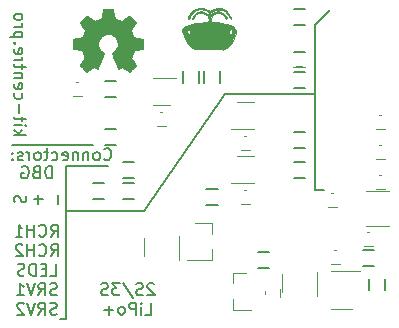
<source format=gbr>
G04 #@! TF.FileFunction,Legend,Bot*
%FSLAX46Y46*%
G04 Gerber Fmt 4.6, Leading zero omitted, Abs format (unit mm)*
G04 Created by KiCad (PCBNEW 4.0.5-e0-6337~49~ubuntu14.04.1) date Thu Mar  2 13:58:40 2017*
%MOMM*%
%LPD*%
G01*
G04 APERTURE LIST*
%ADD10C,0.100000*%
%ADD11C,0.200000*%
%ADD12C,0.150000*%
%ADD13C,0.120000*%
%ADD14C,0.010000*%
%ADD15R,1.400000X1.400000*%
%ADD16O,1.400000X1.400000*%
%ADD17R,1.150000X1.200000*%
%ADD18R,1.200000X1.150000*%
%ADD19R,1.460000X1.050000*%
%ADD20R,1.300000X1.200000*%
%ADD21R,0.900000X1.300000*%
%ADD22R,1.300000X0.900000*%
%ADD23R,1.050000X0.800000*%
%ADD24R,2.100000X2.100000*%
%ADD25O,2.100000X2.100000*%
%ADD26R,2.900000X1.400000*%
%ADD27R,1.400000X2.900000*%
G04 APERTURE END LIST*
D10*
D11*
X137795000Y-101143500D02*
X144653000Y-101143500D01*
X142367000Y-115875500D02*
X141859000Y-115875500D01*
X142367000Y-106731500D02*
X142367000Y-115875500D01*
X142367000Y-102921500D02*
X145923000Y-102921500D01*
X142367000Y-106731500D02*
X142367000Y-102921500D01*
X148971000Y-106731500D02*
X142367000Y-106731500D01*
X155829000Y-96825500D02*
X148971000Y-106731500D01*
X163449000Y-96825500D02*
X155829000Y-96825500D01*
X163449000Y-104953500D02*
X164211000Y-104953500D01*
X163449000Y-90983500D02*
X163449000Y-104953500D01*
X164719000Y-89713500D02*
X163449000Y-90983500D01*
D12*
X137977619Y-100269739D02*
X138977619Y-100269739D01*
X138358571Y-100174501D02*
X137977619Y-99888786D01*
X138644286Y-99888786D02*
X138263333Y-100269739D01*
X137977619Y-99460215D02*
X138644286Y-99460215D01*
X138977619Y-99460215D02*
X138930000Y-99507834D01*
X138882381Y-99460215D01*
X138930000Y-99412596D01*
X138977619Y-99460215D01*
X138882381Y-99460215D01*
X138644286Y-99126882D02*
X138644286Y-98745930D01*
X138977619Y-98984025D02*
X138120476Y-98984025D01*
X138025238Y-98936406D01*
X137977619Y-98841168D01*
X137977619Y-98745930D01*
X138358571Y-98412596D02*
X138358571Y-97650691D01*
X138025238Y-96745929D02*
X137977619Y-96841167D01*
X137977619Y-97031644D01*
X138025238Y-97126882D01*
X138072857Y-97174501D01*
X138168095Y-97222120D01*
X138453810Y-97222120D01*
X138549048Y-97174501D01*
X138596667Y-97126882D01*
X138644286Y-97031644D01*
X138644286Y-96841167D01*
X138596667Y-96745929D01*
X138025238Y-95936405D02*
X137977619Y-96031643D01*
X137977619Y-96222120D01*
X138025238Y-96317358D01*
X138120476Y-96364977D01*
X138501429Y-96364977D01*
X138596667Y-96317358D01*
X138644286Y-96222120D01*
X138644286Y-96031643D01*
X138596667Y-95936405D01*
X138501429Y-95888786D01*
X138406190Y-95888786D01*
X138310952Y-96364977D01*
X138644286Y-95460215D02*
X137977619Y-95460215D01*
X138549048Y-95460215D02*
X138596667Y-95412596D01*
X138644286Y-95317358D01*
X138644286Y-95174500D01*
X138596667Y-95079262D01*
X138501429Y-95031643D01*
X137977619Y-95031643D01*
X138644286Y-94698310D02*
X138644286Y-94317358D01*
X138977619Y-94555453D02*
X138120476Y-94555453D01*
X138025238Y-94507834D01*
X137977619Y-94412596D01*
X137977619Y-94317358D01*
X137977619Y-93984024D02*
X138644286Y-93984024D01*
X138453810Y-93984024D02*
X138549048Y-93936405D01*
X138596667Y-93888786D01*
X138644286Y-93793548D01*
X138644286Y-93698309D01*
X138025238Y-92984023D02*
X137977619Y-93079261D01*
X137977619Y-93269738D01*
X138025238Y-93364976D01*
X138120476Y-93412595D01*
X138501429Y-93412595D01*
X138596667Y-93364976D01*
X138644286Y-93269738D01*
X138644286Y-93079261D01*
X138596667Y-92984023D01*
X138501429Y-92936404D01*
X138406190Y-92936404D01*
X138310952Y-93412595D01*
X138072857Y-92507833D02*
X138025238Y-92460214D01*
X137977619Y-92507833D01*
X138025238Y-92555452D01*
X138072857Y-92507833D01*
X137977619Y-92507833D01*
X138644286Y-92031643D02*
X137644286Y-92031643D01*
X138596667Y-92031643D02*
X138644286Y-91936405D01*
X138644286Y-91745928D01*
X138596667Y-91650690D01*
X138549048Y-91603071D01*
X138453810Y-91555452D01*
X138168095Y-91555452D01*
X138072857Y-91603071D01*
X138025238Y-91650690D01*
X137977619Y-91745928D01*
X137977619Y-91936405D01*
X138025238Y-92031643D01*
X137977619Y-91126881D02*
X138644286Y-91126881D01*
X138453810Y-91126881D02*
X138549048Y-91079262D01*
X138596667Y-91031643D01*
X138644286Y-90936405D01*
X138644286Y-90841166D01*
X137977619Y-90364976D02*
X138025238Y-90460214D01*
X138072857Y-90507833D01*
X138168095Y-90555452D01*
X138453810Y-90555452D01*
X138549048Y-90507833D01*
X138596667Y-90460214D01*
X138644286Y-90364976D01*
X138644286Y-90222118D01*
X138596667Y-90126880D01*
X138549048Y-90079261D01*
X138453810Y-90031642D01*
X138168095Y-90031642D01*
X138072857Y-90079261D01*
X138025238Y-90126880D01*
X137977619Y-90222118D01*
X137977619Y-90364976D01*
X145581238Y-102326143D02*
X145628857Y-102373762D01*
X145771714Y-102421381D01*
X145866952Y-102421381D01*
X146009810Y-102373762D01*
X146105048Y-102278524D01*
X146152667Y-102183286D01*
X146200286Y-101992810D01*
X146200286Y-101849952D01*
X146152667Y-101659476D01*
X146105048Y-101564238D01*
X146009810Y-101469000D01*
X145866952Y-101421381D01*
X145771714Y-101421381D01*
X145628857Y-101469000D01*
X145581238Y-101516619D01*
X145009810Y-102421381D02*
X145105048Y-102373762D01*
X145152667Y-102326143D01*
X145200286Y-102230905D01*
X145200286Y-101945190D01*
X145152667Y-101849952D01*
X145105048Y-101802333D01*
X145009810Y-101754714D01*
X144866952Y-101754714D01*
X144771714Y-101802333D01*
X144724095Y-101849952D01*
X144676476Y-101945190D01*
X144676476Y-102230905D01*
X144724095Y-102326143D01*
X144771714Y-102373762D01*
X144866952Y-102421381D01*
X145009810Y-102421381D01*
X144247905Y-101754714D02*
X144247905Y-102421381D01*
X144247905Y-101849952D02*
X144200286Y-101802333D01*
X144105048Y-101754714D01*
X143962190Y-101754714D01*
X143866952Y-101802333D01*
X143819333Y-101897571D01*
X143819333Y-102421381D01*
X143343143Y-101754714D02*
X143343143Y-102421381D01*
X143343143Y-101849952D02*
X143295524Y-101802333D01*
X143200286Y-101754714D01*
X143057428Y-101754714D01*
X142962190Y-101802333D01*
X142914571Y-101897571D01*
X142914571Y-102421381D01*
X142057428Y-102373762D02*
X142152666Y-102421381D01*
X142343143Y-102421381D01*
X142438381Y-102373762D01*
X142486000Y-102278524D01*
X142486000Y-101897571D01*
X142438381Y-101802333D01*
X142343143Y-101754714D01*
X142152666Y-101754714D01*
X142057428Y-101802333D01*
X142009809Y-101897571D01*
X142009809Y-101992810D01*
X142486000Y-102088048D01*
X141152666Y-102373762D02*
X141247904Y-102421381D01*
X141438381Y-102421381D01*
X141533619Y-102373762D01*
X141581238Y-102326143D01*
X141628857Y-102230905D01*
X141628857Y-101945190D01*
X141581238Y-101849952D01*
X141533619Y-101802333D01*
X141438381Y-101754714D01*
X141247904Y-101754714D01*
X141152666Y-101802333D01*
X140866952Y-101754714D02*
X140486000Y-101754714D01*
X140724095Y-101421381D02*
X140724095Y-102278524D01*
X140676476Y-102373762D01*
X140581238Y-102421381D01*
X140486000Y-102421381D01*
X140009809Y-102421381D02*
X140105047Y-102373762D01*
X140152666Y-102326143D01*
X140200285Y-102230905D01*
X140200285Y-101945190D01*
X140152666Y-101849952D01*
X140105047Y-101802333D01*
X140009809Y-101754714D01*
X139866951Y-101754714D01*
X139771713Y-101802333D01*
X139724094Y-101849952D01*
X139676475Y-101945190D01*
X139676475Y-102230905D01*
X139724094Y-102326143D01*
X139771713Y-102373762D01*
X139866951Y-102421381D01*
X140009809Y-102421381D01*
X139247904Y-102421381D02*
X139247904Y-101754714D01*
X139247904Y-101945190D02*
X139200285Y-101849952D01*
X139152666Y-101802333D01*
X139057428Y-101754714D01*
X138962189Y-101754714D01*
X138676475Y-102373762D02*
X138581237Y-102421381D01*
X138390761Y-102421381D01*
X138295522Y-102373762D01*
X138247903Y-102278524D01*
X138247903Y-102230905D01*
X138295522Y-102135667D01*
X138390761Y-102088048D01*
X138533618Y-102088048D01*
X138628856Y-102040429D01*
X138676475Y-101945190D01*
X138676475Y-101897571D01*
X138628856Y-101802333D01*
X138533618Y-101754714D01*
X138390761Y-101754714D01*
X138295522Y-101802333D01*
X137819332Y-102326143D02*
X137771713Y-102373762D01*
X137819332Y-102421381D01*
X137866951Y-102373762D01*
X137819332Y-102326143D01*
X137819332Y-102421381D01*
X137819332Y-101802333D02*
X137771713Y-101849952D01*
X137819332Y-101897571D01*
X137866951Y-101849952D01*
X137819332Y-101802333D01*
X137819332Y-101897571D01*
X141659571Y-106096452D02*
X141659571Y-105334547D01*
X140009571Y-106096452D02*
X140009571Y-105334547D01*
X139628619Y-105715499D02*
X140390524Y-105715499D01*
X138026238Y-106001214D02*
X137978619Y-105858357D01*
X137978619Y-105620261D01*
X138026238Y-105525023D01*
X138073857Y-105477404D01*
X138169095Y-105429785D01*
X138264333Y-105429785D01*
X138359571Y-105477404D01*
X138407190Y-105525023D01*
X138454810Y-105620261D01*
X138502429Y-105810738D01*
X138550048Y-105905976D01*
X138597667Y-105953595D01*
X138692905Y-106001214D01*
X138788143Y-106001214D01*
X138883381Y-105953595D01*
X138931000Y-105905976D01*
X138978619Y-105810738D01*
X138978619Y-105572642D01*
X138931000Y-105429785D01*
X141152405Y-103948881D02*
X141152405Y-102948881D01*
X140914310Y-102948881D01*
X140771452Y-102996500D01*
X140676214Y-103091738D01*
X140628595Y-103186976D01*
X140580976Y-103377452D01*
X140580976Y-103520310D01*
X140628595Y-103710786D01*
X140676214Y-103806024D01*
X140771452Y-103901262D01*
X140914310Y-103948881D01*
X141152405Y-103948881D01*
X139819071Y-103425071D02*
X139676214Y-103472690D01*
X139628595Y-103520310D01*
X139580976Y-103615548D01*
X139580976Y-103758405D01*
X139628595Y-103853643D01*
X139676214Y-103901262D01*
X139771452Y-103948881D01*
X140152405Y-103948881D01*
X140152405Y-102948881D01*
X139819071Y-102948881D01*
X139723833Y-102996500D01*
X139676214Y-103044119D01*
X139628595Y-103139357D01*
X139628595Y-103234595D01*
X139676214Y-103329833D01*
X139723833Y-103377452D01*
X139819071Y-103425071D01*
X140152405Y-103425071D01*
X138628595Y-102996500D02*
X138723833Y-102948881D01*
X138866690Y-102948881D01*
X139009548Y-102996500D01*
X139104786Y-103091738D01*
X139152405Y-103186976D01*
X139200024Y-103377452D01*
X139200024Y-103520310D01*
X139152405Y-103710786D01*
X139104786Y-103806024D01*
X139009548Y-103901262D01*
X138866690Y-103948881D01*
X138771452Y-103948881D01*
X138628595Y-103901262D01*
X138580976Y-103853643D01*
X138580976Y-103520310D01*
X138771452Y-103520310D01*
X141080976Y-108898881D02*
X141414310Y-108422690D01*
X141652405Y-108898881D02*
X141652405Y-107898881D01*
X141271452Y-107898881D01*
X141176214Y-107946500D01*
X141128595Y-107994119D01*
X141080976Y-108089357D01*
X141080976Y-108232214D01*
X141128595Y-108327452D01*
X141176214Y-108375071D01*
X141271452Y-108422690D01*
X141652405Y-108422690D01*
X140080976Y-108803643D02*
X140128595Y-108851262D01*
X140271452Y-108898881D01*
X140366690Y-108898881D01*
X140509548Y-108851262D01*
X140604786Y-108756024D01*
X140652405Y-108660786D01*
X140700024Y-108470310D01*
X140700024Y-108327452D01*
X140652405Y-108136976D01*
X140604786Y-108041738D01*
X140509548Y-107946500D01*
X140366690Y-107898881D01*
X140271452Y-107898881D01*
X140128595Y-107946500D01*
X140080976Y-107994119D01*
X139652405Y-108898881D02*
X139652405Y-107898881D01*
X139652405Y-108375071D02*
X139080976Y-108375071D01*
X139080976Y-108898881D02*
X139080976Y-107898881D01*
X138080976Y-108898881D02*
X138652405Y-108898881D01*
X138366691Y-108898881D02*
X138366691Y-107898881D01*
X138461929Y-108041738D01*
X138557167Y-108136976D01*
X138652405Y-108184595D01*
X141080976Y-110548881D02*
X141414310Y-110072690D01*
X141652405Y-110548881D02*
X141652405Y-109548881D01*
X141271452Y-109548881D01*
X141176214Y-109596500D01*
X141128595Y-109644119D01*
X141080976Y-109739357D01*
X141080976Y-109882214D01*
X141128595Y-109977452D01*
X141176214Y-110025071D01*
X141271452Y-110072690D01*
X141652405Y-110072690D01*
X140080976Y-110453643D02*
X140128595Y-110501262D01*
X140271452Y-110548881D01*
X140366690Y-110548881D01*
X140509548Y-110501262D01*
X140604786Y-110406024D01*
X140652405Y-110310786D01*
X140700024Y-110120310D01*
X140700024Y-109977452D01*
X140652405Y-109786976D01*
X140604786Y-109691738D01*
X140509548Y-109596500D01*
X140366690Y-109548881D01*
X140271452Y-109548881D01*
X140128595Y-109596500D01*
X140080976Y-109644119D01*
X139652405Y-110548881D02*
X139652405Y-109548881D01*
X139652405Y-110025071D02*
X139080976Y-110025071D01*
X139080976Y-110548881D02*
X139080976Y-109548881D01*
X138652405Y-109644119D02*
X138604786Y-109596500D01*
X138509548Y-109548881D01*
X138271452Y-109548881D01*
X138176214Y-109596500D01*
X138128595Y-109644119D01*
X138080976Y-109739357D01*
X138080976Y-109834595D01*
X138128595Y-109977452D01*
X138700024Y-110548881D01*
X138080976Y-110548881D01*
X141009547Y-112198881D02*
X141485738Y-112198881D01*
X141485738Y-111198881D01*
X140676214Y-111675071D02*
X140342880Y-111675071D01*
X140200023Y-112198881D02*
X140676214Y-112198881D01*
X140676214Y-111198881D01*
X140200023Y-111198881D01*
X139771452Y-112198881D02*
X139771452Y-111198881D01*
X139533357Y-111198881D01*
X139390499Y-111246500D01*
X139295261Y-111341738D01*
X139247642Y-111436976D01*
X139200023Y-111627452D01*
X139200023Y-111770310D01*
X139247642Y-111960786D01*
X139295261Y-112056024D01*
X139390499Y-112151262D01*
X139533357Y-112198881D01*
X139771452Y-112198881D01*
X138819071Y-112151262D02*
X138676214Y-112198881D01*
X138438118Y-112198881D01*
X138342880Y-112151262D01*
X138295261Y-112103643D01*
X138247642Y-112008405D01*
X138247642Y-111913167D01*
X138295261Y-111817929D01*
X138342880Y-111770310D01*
X138438118Y-111722690D01*
X138628595Y-111675071D01*
X138723833Y-111627452D01*
X138771452Y-111579833D01*
X138819071Y-111484595D01*
X138819071Y-111389357D01*
X138771452Y-111294119D01*
X138723833Y-111246500D01*
X138628595Y-111198881D01*
X138390499Y-111198881D01*
X138247642Y-111246500D01*
X141580976Y-113801262D02*
X141438119Y-113848881D01*
X141200023Y-113848881D01*
X141104785Y-113801262D01*
X141057166Y-113753643D01*
X141009547Y-113658405D01*
X141009547Y-113563167D01*
X141057166Y-113467929D01*
X141104785Y-113420310D01*
X141200023Y-113372690D01*
X141390500Y-113325071D01*
X141485738Y-113277452D01*
X141533357Y-113229833D01*
X141580976Y-113134595D01*
X141580976Y-113039357D01*
X141533357Y-112944119D01*
X141485738Y-112896500D01*
X141390500Y-112848881D01*
X141152404Y-112848881D01*
X141009547Y-112896500D01*
X140009547Y-113848881D02*
X140342881Y-113372690D01*
X140580976Y-113848881D02*
X140580976Y-112848881D01*
X140200023Y-112848881D01*
X140104785Y-112896500D01*
X140057166Y-112944119D01*
X140009547Y-113039357D01*
X140009547Y-113182214D01*
X140057166Y-113277452D01*
X140104785Y-113325071D01*
X140200023Y-113372690D01*
X140580976Y-113372690D01*
X139723833Y-112848881D02*
X139390500Y-113848881D01*
X139057166Y-112848881D01*
X138200023Y-113848881D02*
X138771452Y-113848881D01*
X138485738Y-113848881D02*
X138485738Y-112848881D01*
X138580976Y-112991738D01*
X138676214Y-113086976D01*
X138771452Y-113134595D01*
X141580976Y-115451262D02*
X141438119Y-115498881D01*
X141200023Y-115498881D01*
X141104785Y-115451262D01*
X141057166Y-115403643D01*
X141009547Y-115308405D01*
X141009547Y-115213167D01*
X141057166Y-115117929D01*
X141104785Y-115070310D01*
X141200023Y-115022690D01*
X141390500Y-114975071D01*
X141485738Y-114927452D01*
X141533357Y-114879833D01*
X141580976Y-114784595D01*
X141580976Y-114689357D01*
X141533357Y-114594119D01*
X141485738Y-114546500D01*
X141390500Y-114498881D01*
X141152404Y-114498881D01*
X141009547Y-114546500D01*
X140009547Y-115498881D02*
X140342881Y-115022690D01*
X140580976Y-115498881D02*
X140580976Y-114498881D01*
X140200023Y-114498881D01*
X140104785Y-114546500D01*
X140057166Y-114594119D01*
X140009547Y-114689357D01*
X140009547Y-114832214D01*
X140057166Y-114927452D01*
X140104785Y-114975071D01*
X140200023Y-115022690D01*
X140580976Y-115022690D01*
X139723833Y-114498881D02*
X139390500Y-115498881D01*
X139057166Y-114498881D01*
X138771452Y-114594119D02*
X138723833Y-114546500D01*
X138628595Y-114498881D01*
X138390499Y-114498881D01*
X138295261Y-114546500D01*
X138247642Y-114594119D01*
X138200023Y-114689357D01*
X138200023Y-114784595D01*
X138247642Y-114927452D01*
X138819071Y-115498881D01*
X138200023Y-115498881D01*
X149812095Y-112947119D02*
X149764476Y-112899500D01*
X149669238Y-112851881D01*
X149431142Y-112851881D01*
X149335904Y-112899500D01*
X149288285Y-112947119D01*
X149240666Y-113042357D01*
X149240666Y-113137595D01*
X149288285Y-113280452D01*
X149859714Y-113851881D01*
X149240666Y-113851881D01*
X148859714Y-113804262D02*
X148716857Y-113851881D01*
X148478761Y-113851881D01*
X148383523Y-113804262D01*
X148335904Y-113756643D01*
X148288285Y-113661405D01*
X148288285Y-113566167D01*
X148335904Y-113470929D01*
X148383523Y-113423310D01*
X148478761Y-113375690D01*
X148669238Y-113328071D01*
X148764476Y-113280452D01*
X148812095Y-113232833D01*
X148859714Y-113137595D01*
X148859714Y-113042357D01*
X148812095Y-112947119D01*
X148764476Y-112899500D01*
X148669238Y-112851881D01*
X148431142Y-112851881D01*
X148288285Y-112899500D01*
X147145428Y-112804262D02*
X148002571Y-114089976D01*
X146907333Y-112851881D02*
X146288285Y-112851881D01*
X146621619Y-113232833D01*
X146478761Y-113232833D01*
X146383523Y-113280452D01*
X146335904Y-113328071D01*
X146288285Y-113423310D01*
X146288285Y-113661405D01*
X146335904Y-113756643D01*
X146383523Y-113804262D01*
X146478761Y-113851881D01*
X146764476Y-113851881D01*
X146859714Y-113804262D01*
X146907333Y-113756643D01*
X145907333Y-113804262D02*
X145764476Y-113851881D01*
X145526380Y-113851881D01*
X145431142Y-113804262D01*
X145383523Y-113756643D01*
X145335904Y-113661405D01*
X145335904Y-113566167D01*
X145383523Y-113470929D01*
X145431142Y-113423310D01*
X145526380Y-113375690D01*
X145716857Y-113328071D01*
X145812095Y-113280452D01*
X145859714Y-113232833D01*
X145907333Y-113137595D01*
X145907333Y-113042357D01*
X145859714Y-112947119D01*
X145812095Y-112899500D01*
X145716857Y-112851881D01*
X145478761Y-112851881D01*
X145335904Y-112899500D01*
X149073999Y-115501881D02*
X149550190Y-115501881D01*
X149550190Y-114501881D01*
X148740666Y-115501881D02*
X148740666Y-114835214D01*
X148740666Y-114501881D02*
X148788285Y-114549500D01*
X148740666Y-114597119D01*
X148693047Y-114549500D01*
X148740666Y-114501881D01*
X148740666Y-114597119D01*
X148264476Y-115501881D02*
X148264476Y-114501881D01*
X147883523Y-114501881D01*
X147788285Y-114549500D01*
X147740666Y-114597119D01*
X147693047Y-114692357D01*
X147693047Y-114835214D01*
X147740666Y-114930452D01*
X147788285Y-114978071D01*
X147883523Y-115025690D01*
X148264476Y-115025690D01*
X147121619Y-115501881D02*
X147216857Y-115454262D01*
X147264476Y-115406643D01*
X147312095Y-115311405D01*
X147312095Y-115025690D01*
X147264476Y-114930452D01*
X147216857Y-114882833D01*
X147121619Y-114835214D01*
X146978761Y-114835214D01*
X146883523Y-114882833D01*
X146835904Y-114930452D01*
X146788285Y-115025690D01*
X146788285Y-115311405D01*
X146835904Y-115406643D01*
X146883523Y-115454262D01*
X146978761Y-115501881D01*
X147121619Y-115501881D01*
X146359714Y-115120929D02*
X145597809Y-115120929D01*
X145978761Y-115501881D02*
X145978761Y-114739976D01*
D13*
X159229500Y-113303000D02*
X159229500Y-114003000D01*
X160429500Y-114003000D02*
X160429500Y-113303000D01*
X157193500Y-106125000D02*
X157893500Y-106125000D01*
X157893500Y-104925000D02*
X157193500Y-104925000D01*
X164813500Y-111205000D02*
X165513500Y-111205000D01*
X165513500Y-110005000D02*
X164813500Y-110005000D01*
X150781500Y-98321000D02*
X150081500Y-98321000D01*
X150081500Y-99521000D02*
X150781500Y-99521000D01*
X169323500Y-101115000D02*
X168623500Y-101115000D01*
X168623500Y-102315000D02*
X169323500Y-102315000D01*
X169323500Y-103655000D02*
X168623500Y-103655000D01*
X168623500Y-104855000D02*
X169323500Y-104855000D01*
X169323500Y-98575000D02*
X168623500Y-98575000D01*
X168623500Y-99775000D02*
X169323500Y-99775000D01*
X167607500Y-109681000D02*
X168307500Y-109681000D01*
X168307500Y-108481000D02*
X167607500Y-108481000D01*
X165259500Y-105179000D02*
X164559500Y-105179000D01*
X164559500Y-106379000D02*
X165259500Y-106379000D01*
X142969500Y-96981000D02*
X143669500Y-96981000D01*
X143669500Y-95781000D02*
X142969500Y-95781000D01*
X166571500Y-115009000D02*
X164771500Y-115009000D01*
X164771500Y-111789000D02*
X167221500Y-111789000D01*
X156529500Y-115106000D02*
X156529500Y-114176000D01*
X156529500Y-111946000D02*
X156529500Y-112876000D01*
X156529500Y-111946000D02*
X158689500Y-111946000D01*
X156529500Y-115106000D02*
X157989500Y-115106000D01*
D12*
X162615500Y-89610000D02*
X161615500Y-89610000D01*
X161615500Y-90960000D02*
X162615500Y-90960000D01*
X161615500Y-94579500D02*
X162615500Y-94579500D01*
X162615500Y-93229500D02*
X161615500Y-93229500D01*
X153646500Y-95865000D02*
X153646500Y-94865000D01*
X152296500Y-94865000D02*
X152296500Y-95865000D01*
X161615500Y-96294000D02*
X162615500Y-96294000D01*
X162615500Y-94944000D02*
X161615500Y-94944000D01*
X155424500Y-95865000D02*
X155424500Y-94865000D01*
X154074500Y-94865000D02*
X154074500Y-95865000D01*
X159567500Y-110184000D02*
X158567500Y-110184000D01*
X158567500Y-111534000D02*
X159567500Y-111534000D01*
X162615500Y-100024000D02*
X161615500Y-100024000D01*
X161615500Y-101374000D02*
X162615500Y-101374000D01*
X162615500Y-102564000D02*
X161615500Y-102564000D01*
X161615500Y-103914000D02*
X162615500Y-103914000D01*
X167457500Y-111407000D02*
X168457500Y-111407000D01*
X168457500Y-110057000D02*
X167457500Y-110057000D01*
X168044500Y-112454500D02*
X168044500Y-113454500D01*
X169394500Y-113454500D02*
X169394500Y-112454500D01*
X145613500Y-101120000D02*
X146613500Y-101120000D01*
X146613500Y-99770000D02*
X145613500Y-99770000D01*
X144597500Y-105692000D02*
X145597500Y-105692000D01*
X145597500Y-104342000D02*
X144597500Y-104342000D01*
X147137500Y-103914000D02*
X148137500Y-103914000D01*
X148137500Y-102564000D02*
X147137500Y-102564000D01*
X155186000Y-104850000D02*
X154186000Y-104850000D01*
X154186000Y-106200000D02*
X155186000Y-106200000D01*
X147137500Y-105692000D02*
X148137500Y-105692000D01*
X148137500Y-104342000D02*
X147137500Y-104342000D01*
X145613500Y-97056000D02*
X146613500Y-97056000D01*
X146613500Y-95706000D02*
X145613500Y-95706000D01*
D13*
X149731500Y-95475000D02*
X151631500Y-95475000D01*
X151131500Y-97795000D02*
X149731500Y-97795000D01*
X158243500Y-104399000D02*
X156343500Y-104399000D01*
X156843500Y-102079000D02*
X158243500Y-102079000D01*
X154747500Y-107755000D02*
X154747500Y-108685000D01*
X154747500Y-110915000D02*
X154747500Y-109985000D01*
X154747500Y-110915000D02*
X152587500Y-110915000D01*
X154747500Y-107755000D02*
X153287500Y-107755000D01*
D14*
G36*
X154846723Y-89596103D02*
X154688119Y-89672853D01*
X154531221Y-89760676D01*
X154400553Y-89740781D01*
X154291068Y-89675419D01*
X154000402Y-89568327D01*
X153649108Y-89551971D01*
X153319051Y-89625600D01*
X153203051Y-89685388D01*
X153036039Y-89833440D01*
X152860738Y-90044160D01*
X152719565Y-90259746D01*
X152654936Y-90422396D01*
X152654317Y-90433167D01*
X152685925Y-90507110D01*
X152762108Y-90456470D01*
X152852734Y-90308625D01*
X152889566Y-90219430D01*
X153077743Y-89927388D01*
X153370699Y-89734030D01*
X153725954Y-89654440D01*
X154101028Y-89703705D01*
X154216350Y-89748257D01*
X154374365Y-89856687D01*
X154432000Y-89959923D01*
X154411667Y-90055040D01*
X154327971Y-90051228D01*
X154146867Y-89945858D01*
X154133062Y-89936840D01*
X153841854Y-89836970D01*
X153535686Y-89875984D01*
X153262629Y-90035601D01*
X153070755Y-90297542D01*
X153050527Y-90348500D01*
X153030891Y-90475749D01*
X153082490Y-90482881D01*
X153168246Y-90379941D01*
X153205423Y-90306542D01*
X153380966Y-90080739D01*
X153626036Y-89971703D01*
X153897083Y-89970314D01*
X154150553Y-90067456D01*
X154342896Y-90254009D01*
X154430559Y-90520855D01*
X154432000Y-90563343D01*
X154410493Y-90650096D01*
X154322914Y-90706836D01*
X154134680Y-90745663D01*
X153818167Y-90778085D01*
X153300254Y-90847999D01*
X152846188Y-90958821D01*
X152491759Y-91099573D01*
X152281231Y-91249572D01*
X152210210Y-91347439D01*
X152191874Y-91460616D01*
X152228206Y-91639034D01*
X152306597Y-91888515D01*
X152488166Y-92297636D01*
X152730097Y-92644459D01*
X153003735Y-92897981D01*
X153280423Y-93027201D01*
X153368412Y-93037293D01*
X153723274Y-93040682D01*
X154129284Y-93043130D01*
X154432000Y-93043924D01*
X154897667Y-93043924D01*
X155144623Y-93039469D01*
X155336059Y-93028686D01*
X155342167Y-93028056D01*
X155546617Y-93045032D01*
X155617839Y-93067891D01*
X155768805Y-93050542D01*
X155989896Y-92919540D01*
X156054736Y-92868565D01*
X156363774Y-92527619D01*
X156601096Y-92100365D01*
X156727482Y-91659634D01*
X156733428Y-91608274D01*
X156725964Y-91478878D01*
X156436661Y-91478878D01*
X156423618Y-91619013D01*
X156320079Y-91717629D01*
X156192876Y-91713750D01*
X156136361Y-91604199D01*
X156129554Y-91544613D01*
X152888292Y-91544613D01*
X152851081Y-91693013D01*
X152745270Y-91766469D01*
X152738667Y-91766667D01*
X152634121Y-91698713D01*
X152597767Y-91633975D01*
X152594193Y-91477469D01*
X152678395Y-91375943D01*
X152799711Y-91378302D01*
X152834576Y-91405375D01*
X152888292Y-91544613D01*
X156129554Y-91544613D01*
X156125333Y-91507670D01*
X156181539Y-91375625D01*
X156302764Y-91350898D01*
X156417923Y-91440062D01*
X156436661Y-91478878D01*
X156725964Y-91478878D01*
X156719836Y-91372673D01*
X156597697Y-91203268D01*
X156538034Y-91155107D01*
X156285465Y-91022054D01*
X155922675Y-90901288D01*
X155508756Y-90807916D01*
X155102796Y-90757043D01*
X154961167Y-90751989D01*
X154735135Y-90742140D01*
X154631234Y-90693700D01*
X154602400Y-90574993D01*
X154601333Y-90509789D01*
X154680199Y-90237774D01*
X154899615Y-90029441D01*
X155043448Y-89962775D01*
X155282128Y-89955185D01*
X155546754Y-90054016D01*
X155765884Y-90227166D01*
X155827611Y-90315147D01*
X155915460Y-90445640D01*
X155951531Y-90416859D01*
X155952610Y-90398359D01*
X155885134Y-90234621D01*
X155711700Y-90056504D01*
X155486109Y-89905756D01*
X155262166Y-89824121D01*
X155206343Y-89819333D01*
X154958606Y-89869106D01*
X154784030Y-89954969D01*
X154613740Y-90039219D01*
X154529618Y-90019867D01*
X154561803Y-89916018D01*
X154618814Y-89850234D01*
X154782792Y-89758762D01*
X155035686Y-89688113D01*
X155141282Y-89672092D01*
X155520571Y-89682827D01*
X155815777Y-89823547D01*
X156056979Y-90111167D01*
X156120053Y-90222444D01*
X156220700Y-90389693D01*
X156282324Y-90447286D01*
X156290925Y-90428962D01*
X156235256Y-90208342D01*
X156084540Y-89956563D01*
X155881859Y-89740414D01*
X155814770Y-89690795D01*
X155521317Y-89574705D01*
X155173243Y-89542736D01*
X154846723Y-89596103D01*
X154846723Y-89596103D01*
G37*
X154846723Y-89596103D02*
X154688119Y-89672853D01*
X154531221Y-89760676D01*
X154400553Y-89740781D01*
X154291068Y-89675419D01*
X154000402Y-89568327D01*
X153649108Y-89551971D01*
X153319051Y-89625600D01*
X153203051Y-89685388D01*
X153036039Y-89833440D01*
X152860738Y-90044160D01*
X152719565Y-90259746D01*
X152654936Y-90422396D01*
X152654317Y-90433167D01*
X152685925Y-90507110D01*
X152762108Y-90456470D01*
X152852734Y-90308625D01*
X152889566Y-90219430D01*
X153077743Y-89927388D01*
X153370699Y-89734030D01*
X153725954Y-89654440D01*
X154101028Y-89703705D01*
X154216350Y-89748257D01*
X154374365Y-89856687D01*
X154432000Y-89959923D01*
X154411667Y-90055040D01*
X154327971Y-90051228D01*
X154146867Y-89945858D01*
X154133062Y-89936840D01*
X153841854Y-89836970D01*
X153535686Y-89875984D01*
X153262629Y-90035601D01*
X153070755Y-90297542D01*
X153050527Y-90348500D01*
X153030891Y-90475749D01*
X153082490Y-90482881D01*
X153168246Y-90379941D01*
X153205423Y-90306542D01*
X153380966Y-90080739D01*
X153626036Y-89971703D01*
X153897083Y-89970314D01*
X154150553Y-90067456D01*
X154342896Y-90254009D01*
X154430559Y-90520855D01*
X154432000Y-90563343D01*
X154410493Y-90650096D01*
X154322914Y-90706836D01*
X154134680Y-90745663D01*
X153818167Y-90778085D01*
X153300254Y-90847999D01*
X152846188Y-90958821D01*
X152491759Y-91099573D01*
X152281231Y-91249572D01*
X152210210Y-91347439D01*
X152191874Y-91460616D01*
X152228206Y-91639034D01*
X152306597Y-91888515D01*
X152488166Y-92297636D01*
X152730097Y-92644459D01*
X153003735Y-92897981D01*
X153280423Y-93027201D01*
X153368412Y-93037293D01*
X153723274Y-93040682D01*
X154129284Y-93043130D01*
X154432000Y-93043924D01*
X154897667Y-93043924D01*
X155144623Y-93039469D01*
X155336059Y-93028686D01*
X155342167Y-93028056D01*
X155546617Y-93045032D01*
X155617839Y-93067891D01*
X155768805Y-93050542D01*
X155989896Y-92919540D01*
X156054736Y-92868565D01*
X156363774Y-92527619D01*
X156601096Y-92100365D01*
X156727482Y-91659634D01*
X156733428Y-91608274D01*
X156725964Y-91478878D01*
X156436661Y-91478878D01*
X156423618Y-91619013D01*
X156320079Y-91717629D01*
X156192876Y-91713750D01*
X156136361Y-91604199D01*
X156129554Y-91544613D01*
X152888292Y-91544613D01*
X152851081Y-91693013D01*
X152745270Y-91766469D01*
X152738667Y-91766667D01*
X152634121Y-91698713D01*
X152597767Y-91633975D01*
X152594193Y-91477469D01*
X152678395Y-91375943D01*
X152799711Y-91378302D01*
X152834576Y-91405375D01*
X152888292Y-91544613D01*
X156129554Y-91544613D01*
X156125333Y-91507670D01*
X156181539Y-91375625D01*
X156302764Y-91350898D01*
X156417923Y-91440062D01*
X156436661Y-91478878D01*
X156725964Y-91478878D01*
X156719836Y-91372673D01*
X156597697Y-91203268D01*
X156538034Y-91155107D01*
X156285465Y-91022054D01*
X155922675Y-90901288D01*
X155508756Y-90807916D01*
X155102796Y-90757043D01*
X154961167Y-90751989D01*
X154735135Y-90742140D01*
X154631234Y-90693700D01*
X154602400Y-90574993D01*
X154601333Y-90509789D01*
X154680199Y-90237774D01*
X154899615Y-90029441D01*
X155043448Y-89962775D01*
X155282128Y-89955185D01*
X155546754Y-90054016D01*
X155765884Y-90227166D01*
X155827611Y-90315147D01*
X155915460Y-90445640D01*
X155951531Y-90416859D01*
X155952610Y-90398359D01*
X155885134Y-90234621D01*
X155711700Y-90056504D01*
X155486109Y-89905756D01*
X155262166Y-89824121D01*
X155206343Y-89819333D01*
X154958606Y-89869106D01*
X154784030Y-89954969D01*
X154613740Y-90039219D01*
X154529618Y-90019867D01*
X154561803Y-89916018D01*
X154618814Y-89850234D01*
X154782792Y-89758762D01*
X155035686Y-89688113D01*
X155141282Y-89672092D01*
X155520571Y-89682827D01*
X155815777Y-89823547D01*
X156056979Y-90111167D01*
X156120053Y-90222444D01*
X156220700Y-90389693D01*
X156282324Y-90447286D01*
X156290925Y-90428962D01*
X156235256Y-90208342D01*
X156084540Y-89956563D01*
X155881859Y-89740414D01*
X155814770Y-89690795D01*
X155521317Y-89574705D01*
X155173243Y-89542736D01*
X154846723Y-89596103D01*
G36*
X145783708Y-89586556D02*
X145689509Y-89586946D01*
X145619444Y-89588000D01*
X145569703Y-89590048D01*
X145536478Y-89593422D01*
X145515962Y-89598453D01*
X145504345Y-89605470D01*
X145497819Y-89614805D01*
X145494526Y-89622218D01*
X145487404Y-89647760D01*
X145475766Y-89699579D01*
X145460629Y-89772689D01*
X145443012Y-89862102D01*
X145423934Y-89962832D01*
X145414421Y-90014477D01*
X145395172Y-90117961D01*
X145377046Y-90211668D01*
X145361022Y-90290835D01*
X145348078Y-90350695D01*
X145339192Y-90386483D01*
X145336540Y-90393926D01*
X145319128Y-90405762D01*
X145277883Y-90426802D01*
X145218514Y-90454608D01*
X145146728Y-90486745D01*
X145068233Y-90520777D01*
X144988736Y-90554266D01*
X144913945Y-90584777D01*
X144849568Y-90609874D01*
X144801312Y-90627120D01*
X144774885Y-90634079D01*
X144773831Y-90634118D01*
X144756356Y-90625442D01*
X144716552Y-90601121D01*
X144658181Y-90563600D01*
X144585005Y-90515324D01*
X144500786Y-90458741D01*
X144431975Y-90411868D01*
X144341923Y-90350633D01*
X144260088Y-90295862D01*
X144190229Y-90249998D01*
X144136101Y-90215484D01*
X144101462Y-90194766D01*
X144090493Y-90189750D01*
X144073495Y-90200696D01*
X144038530Y-90231000D01*
X143989349Y-90276861D01*
X143929704Y-90334478D01*
X143863347Y-90400049D01*
X143794029Y-90469774D01*
X143725501Y-90539851D01*
X143661517Y-90606479D01*
X143605826Y-90665856D01*
X143562182Y-90714183D01*
X143534334Y-90747657D01*
X143525875Y-90761822D01*
X143533157Y-90781982D01*
X143555466Y-90821910D01*
X143593499Y-90882679D01*
X143647952Y-90965356D01*
X143719523Y-91071013D01*
X143808908Y-91200717D01*
X143853005Y-91264168D01*
X143893931Y-91324939D01*
X143926960Y-91377804D01*
X143948324Y-91416482D01*
X143954500Y-91433406D01*
X143948496Y-91453613D01*
X143932079Y-91497202D01*
X143907642Y-91558503D01*
X143877580Y-91631846D01*
X143844285Y-91711561D01*
X143810151Y-91791977D01*
X143777573Y-91867423D01*
X143748943Y-91932230D01*
X143726655Y-91980728D01*
X143713103Y-92007245D01*
X143711058Y-92010109D01*
X143693762Y-92015237D01*
X143649673Y-92025175D01*
X143583225Y-92039013D01*
X143498857Y-92055843D01*
X143401004Y-92074753D01*
X143334867Y-92087244D01*
X143229852Y-92107083D01*
X143134621Y-92125412D01*
X143053832Y-92141309D01*
X142992144Y-92153848D01*
X142954213Y-92162105D01*
X142944776Y-92164628D01*
X142937804Y-92172369D01*
X142932401Y-92191832D01*
X142928387Y-92226372D01*
X142925583Y-92279349D01*
X142923808Y-92354119D01*
X142922883Y-92454040D01*
X142922626Y-92577369D01*
X142922773Y-92701546D01*
X142923381Y-92797641D01*
X142924696Y-92869323D01*
X142926966Y-92920259D01*
X142930437Y-92954119D01*
X142935356Y-92974569D01*
X142941970Y-92985278D01*
X142950407Y-92989878D01*
X142977921Y-92996267D01*
X143027875Y-93006321D01*
X143091427Y-93018292D01*
X143121063Y-93023652D01*
X143275748Y-93051601D01*
X143401658Y-93075163D01*
X143501377Y-93094919D01*
X143577488Y-93111446D01*
X143632576Y-93125326D01*
X143669225Y-93137138D01*
X143690018Y-93147461D01*
X143695489Y-93152521D01*
X143706377Y-93173541D01*
X143726297Y-93217977D01*
X143752973Y-93280236D01*
X143784128Y-93354722D01*
X143817486Y-93435843D01*
X143850772Y-93518003D01*
X143881708Y-93595608D01*
X143908018Y-93663066D01*
X143927427Y-93714781D01*
X143937657Y-93745159D01*
X143938670Y-93750157D01*
X143930030Y-93766231D01*
X143905827Y-93804547D01*
X143868600Y-93861265D01*
X143820887Y-93932541D01*
X143765226Y-94014533D01*
X143732250Y-94062650D01*
X143673069Y-94149963D01*
X143620515Y-94229872D01*
X143577159Y-94298273D01*
X143545572Y-94351061D01*
X143528324Y-94384131D01*
X143525875Y-94392211D01*
X143536917Y-94411920D01*
X143568288Y-94450660D01*
X143617356Y-94505535D01*
X143681488Y-94573649D01*
X143758053Y-94652104D01*
X143802142Y-94696260D01*
X143888387Y-94781747D01*
X143955231Y-94847101D01*
X144005625Y-94894740D01*
X144042520Y-94927080D01*
X144068868Y-94946536D01*
X144087621Y-94955526D01*
X144101729Y-94956466D01*
X144114145Y-94951771D01*
X144114203Y-94951740D01*
X144137758Y-94937185D01*
X144182915Y-94907578D01*
X144245170Y-94865936D01*
X144320017Y-94815278D01*
X144402952Y-94758622D01*
X144424271Y-94743979D01*
X144507133Y-94687630D01*
X144581877Y-94637997D01*
X144644329Y-94597754D01*
X144690317Y-94569575D01*
X144715669Y-94556134D01*
X144718572Y-94555375D01*
X144740498Y-94562311D01*
X144783369Y-94580989D01*
X144840113Y-94608209D01*
X144879963Y-94628386D01*
X144943670Y-94659292D01*
X144994701Y-94680181D01*
X145027235Y-94688838D01*
X145035235Y-94687490D01*
X145044591Y-94669817D01*
X145064376Y-94626492D01*
X145092981Y-94561243D01*
X145128796Y-94477799D01*
X145170214Y-94379887D01*
X145215624Y-94271234D01*
X145232928Y-94229509D01*
X145283728Y-94106837D01*
X145334832Y-93983573D01*
X145383793Y-93865602D01*
X145428167Y-93758812D01*
X145465510Y-93669090D01*
X145493377Y-93602322D01*
X145495231Y-93597892D01*
X145524942Y-93525325D01*
X145549499Y-93462300D01*
X145566532Y-93415122D01*
X145573671Y-93390098D01*
X145573750Y-93388941D01*
X145561618Y-93370044D01*
X145529520Y-93339537D01*
X145483910Y-93303422D01*
X145474532Y-93296624D01*
X145336046Y-93182168D01*
X145227545Y-93057860D01*
X145148577Y-92922884D01*
X145098692Y-92776427D01*
X145077437Y-92617676D01*
X145076550Y-92578937D01*
X145089778Y-92420169D01*
X145131240Y-92274295D01*
X145201967Y-92138736D01*
X145302988Y-92010913D01*
X145303779Y-92010067D01*
X145422469Y-91905131D01*
X145554822Y-91826804D01*
X145696936Y-91775247D01*
X145844906Y-91750619D01*
X145994830Y-91753082D01*
X146142804Y-91782797D01*
X146284925Y-91839925D01*
X146417289Y-91924626D01*
X146462275Y-91962326D01*
X146572755Y-92081335D01*
X146654556Y-92213928D01*
X146707452Y-92359589D01*
X146731212Y-92517806D01*
X146732625Y-92569336D01*
X146721306Y-92727940D01*
X146686177Y-92870139D01*
X146625478Y-92999237D01*
X146537453Y-93118536D01*
X146420342Y-93231338D01*
X146351265Y-93285641D01*
X146301214Y-93325174D01*
X146262933Y-93360033D01*
X146242404Y-93384576D01*
X146240500Y-93390112D01*
X146246385Y-93409610D01*
X146263103Y-93454860D01*
X146289251Y-93522320D01*
X146323426Y-93608444D01*
X146364224Y-93709689D01*
X146410242Y-93822510D01*
X146448933Y-93916453D01*
X146500552Y-94041353D01*
X146550429Y-94162197D01*
X146596714Y-94274495D01*
X146637560Y-94373757D01*
X146671118Y-94455492D01*
X146695540Y-94515211D01*
X146705399Y-94539500D01*
X146735425Y-94612830D01*
X146759286Y-94659631D01*
X146783503Y-94682481D01*
X146814598Y-94683956D01*
X146859091Y-94666633D01*
X146923504Y-94633089D01*
X146931482Y-94628841D01*
X146992533Y-94597421D01*
X147044335Y-94572709D01*
X147079746Y-94558011D01*
X147090155Y-94555375D01*
X147108659Y-94563988D01*
X147149304Y-94588141D01*
X147208126Y-94625302D01*
X147281159Y-94672940D01*
X147364439Y-94728524D01*
X147413443Y-94761750D01*
X147500102Y-94820510D01*
X147578054Y-94872760D01*
X147643476Y-94915988D01*
X147692544Y-94947678D01*
X147721435Y-94965319D01*
X147727396Y-94968125D01*
X147741307Y-94957390D01*
X147774436Y-94927222D01*
X147823585Y-94880675D01*
X147885557Y-94820801D01*
X147957156Y-94750654D01*
X148013503Y-94694874D01*
X148089897Y-94617840D01*
X148158130Y-94546944D01*
X148215098Y-94485583D01*
X148257700Y-94437150D01*
X148282835Y-94405042D01*
X148288376Y-94394024D01*
X148279663Y-94373468D01*
X148255245Y-94331039D01*
X148217700Y-94270822D01*
X148169607Y-94196899D01*
X148113547Y-94113355D01*
X148082467Y-94067993D01*
X148023402Y-93981589D01*
X147970915Y-93903274D01*
X147927573Y-93837009D01*
X147895948Y-93786756D01*
X147878609Y-93756474D01*
X147876092Y-93749908D01*
X147881761Y-93727351D01*
X147897661Y-93681305D01*
X147921495Y-93617456D01*
X147950964Y-93541487D01*
X147983771Y-93459085D01*
X148017619Y-93375934D01*
X148050210Y-93297719D01*
X148079248Y-93230125D01*
X148102433Y-93178838D01*
X148117469Y-93149542D01*
X148120304Y-93145614D01*
X148141187Y-93136911D01*
X148188634Y-93123922D01*
X148257915Y-93107725D01*
X148344299Y-93089395D01*
X148443056Y-93070006D01*
X148496171Y-93060147D01*
X148599337Y-93040853D01*
X148692510Y-93022454D01*
X148770966Y-93005962D01*
X148829985Y-92992390D01*
X148864844Y-92982748D01*
X148871782Y-92979682D01*
X148878691Y-92958952D01*
X148884275Y-92912230D01*
X148888546Y-92844740D01*
X148891519Y-92761707D01*
X148893205Y-92668357D01*
X148893619Y-92569914D01*
X148892773Y-92471603D01*
X148890679Y-92378649D01*
X148887352Y-92296278D01*
X148882805Y-92229713D01*
X148877049Y-92184180D01*
X148870100Y-92164903D01*
X148869742Y-92164731D01*
X148848465Y-92159541D01*
X148800612Y-92149526D01*
X148730832Y-92135605D01*
X148643775Y-92118696D01*
X148544091Y-92099720D01*
X148479349Y-92087573D01*
X148374884Y-92067622D01*
X148280837Y-92048787D01*
X148201718Y-92032041D01*
X148142032Y-92018359D01*
X148106289Y-92008716D01*
X148098126Y-92005187D01*
X148086113Y-91984378D01*
X148064970Y-91940051D01*
X148037135Y-91878023D01*
X148005047Y-91804110D01*
X147971144Y-91724131D01*
X147937866Y-91643901D01*
X147907649Y-91569238D01*
X147882933Y-91505960D01*
X147866156Y-91459882D01*
X147859757Y-91436823D01*
X147859750Y-91436539D01*
X147868432Y-91415925D01*
X147892779Y-91373361D01*
X147930242Y-91312902D01*
X147978273Y-91238604D01*
X148034324Y-91154523D01*
X148068195Y-91104780D01*
X148128058Y-91016789D01*
X148181910Y-90936241D01*
X148227088Y-90867233D01*
X148260932Y-90813859D01*
X148280780Y-90780214D01*
X148284763Y-90771611D01*
X148281278Y-90755585D01*
X148263529Y-90728131D01*
X148229713Y-90687193D01*
X148178028Y-90630712D01*
X148106671Y-90556632D01*
X148016957Y-90466017D01*
X147939883Y-90389623D01*
X147869500Y-90321329D01*
X147809091Y-90264203D01*
X147761941Y-90221316D01*
X147731335Y-90195734D01*
X147721270Y-90189750D01*
X147703154Y-90198437D01*
X147662876Y-90222835D01*
X147604285Y-90260443D01*
X147531229Y-90308763D01*
X147447557Y-90365296D01*
X147387725Y-90406349D01*
X147298752Y-90467358D01*
X147217556Y-90522265D01*
X147148062Y-90568478D01*
X147094192Y-90603405D01*
X147059869Y-90624456D01*
X147049864Y-90629481D01*
X147028277Y-90625755D01*
X146983353Y-90611778D01*
X146920922Y-90589846D01*
X146846812Y-90562252D01*
X146766854Y-90531292D01*
X146686877Y-90499261D01*
X146612710Y-90468452D01*
X146550183Y-90441162D01*
X146505125Y-90419684D01*
X146483634Y-90406584D01*
X146475616Y-90386418D01*
X146463036Y-90339476D01*
X146446904Y-90270238D01*
X146428228Y-90183186D01*
X146408018Y-90082800D01*
X146392571Y-90002056D01*
X146372281Y-89894954D01*
X146353457Y-89798072D01*
X146336995Y-89715829D01*
X146323793Y-89652644D01*
X146314746Y-89612939D01*
X146311219Y-89601212D01*
X146293236Y-89596971D01*
X146247389Y-89593263D01*
X146177560Y-89590228D01*
X146087632Y-89588008D01*
X145981490Y-89586743D01*
X145905848Y-89586500D01*
X145783708Y-89586556D01*
X145783708Y-89586556D01*
G37*
X145783708Y-89586556D02*
X145689509Y-89586946D01*
X145619444Y-89588000D01*
X145569703Y-89590048D01*
X145536478Y-89593422D01*
X145515962Y-89598453D01*
X145504345Y-89605470D01*
X145497819Y-89614805D01*
X145494526Y-89622218D01*
X145487404Y-89647760D01*
X145475766Y-89699579D01*
X145460629Y-89772689D01*
X145443012Y-89862102D01*
X145423934Y-89962832D01*
X145414421Y-90014477D01*
X145395172Y-90117961D01*
X145377046Y-90211668D01*
X145361022Y-90290835D01*
X145348078Y-90350695D01*
X145339192Y-90386483D01*
X145336540Y-90393926D01*
X145319128Y-90405762D01*
X145277883Y-90426802D01*
X145218514Y-90454608D01*
X145146728Y-90486745D01*
X145068233Y-90520777D01*
X144988736Y-90554266D01*
X144913945Y-90584777D01*
X144849568Y-90609874D01*
X144801312Y-90627120D01*
X144774885Y-90634079D01*
X144773831Y-90634118D01*
X144756356Y-90625442D01*
X144716552Y-90601121D01*
X144658181Y-90563600D01*
X144585005Y-90515324D01*
X144500786Y-90458741D01*
X144431975Y-90411868D01*
X144341923Y-90350633D01*
X144260088Y-90295862D01*
X144190229Y-90249998D01*
X144136101Y-90215484D01*
X144101462Y-90194766D01*
X144090493Y-90189750D01*
X144073495Y-90200696D01*
X144038530Y-90231000D01*
X143989349Y-90276861D01*
X143929704Y-90334478D01*
X143863347Y-90400049D01*
X143794029Y-90469774D01*
X143725501Y-90539851D01*
X143661517Y-90606479D01*
X143605826Y-90665856D01*
X143562182Y-90714183D01*
X143534334Y-90747657D01*
X143525875Y-90761822D01*
X143533157Y-90781982D01*
X143555466Y-90821910D01*
X143593499Y-90882679D01*
X143647952Y-90965356D01*
X143719523Y-91071013D01*
X143808908Y-91200717D01*
X143853005Y-91264168D01*
X143893931Y-91324939D01*
X143926960Y-91377804D01*
X143948324Y-91416482D01*
X143954500Y-91433406D01*
X143948496Y-91453613D01*
X143932079Y-91497202D01*
X143907642Y-91558503D01*
X143877580Y-91631846D01*
X143844285Y-91711561D01*
X143810151Y-91791977D01*
X143777573Y-91867423D01*
X143748943Y-91932230D01*
X143726655Y-91980728D01*
X143713103Y-92007245D01*
X143711058Y-92010109D01*
X143693762Y-92015237D01*
X143649673Y-92025175D01*
X143583225Y-92039013D01*
X143498857Y-92055843D01*
X143401004Y-92074753D01*
X143334867Y-92087244D01*
X143229852Y-92107083D01*
X143134621Y-92125412D01*
X143053832Y-92141309D01*
X142992144Y-92153848D01*
X142954213Y-92162105D01*
X142944776Y-92164628D01*
X142937804Y-92172369D01*
X142932401Y-92191832D01*
X142928387Y-92226372D01*
X142925583Y-92279349D01*
X142923808Y-92354119D01*
X142922883Y-92454040D01*
X142922626Y-92577369D01*
X142922773Y-92701546D01*
X142923381Y-92797641D01*
X142924696Y-92869323D01*
X142926966Y-92920259D01*
X142930437Y-92954119D01*
X142935356Y-92974569D01*
X142941970Y-92985278D01*
X142950407Y-92989878D01*
X142977921Y-92996267D01*
X143027875Y-93006321D01*
X143091427Y-93018292D01*
X143121063Y-93023652D01*
X143275748Y-93051601D01*
X143401658Y-93075163D01*
X143501377Y-93094919D01*
X143577488Y-93111446D01*
X143632576Y-93125326D01*
X143669225Y-93137138D01*
X143690018Y-93147461D01*
X143695489Y-93152521D01*
X143706377Y-93173541D01*
X143726297Y-93217977D01*
X143752973Y-93280236D01*
X143784128Y-93354722D01*
X143817486Y-93435843D01*
X143850772Y-93518003D01*
X143881708Y-93595608D01*
X143908018Y-93663066D01*
X143927427Y-93714781D01*
X143937657Y-93745159D01*
X143938670Y-93750157D01*
X143930030Y-93766231D01*
X143905827Y-93804547D01*
X143868600Y-93861265D01*
X143820887Y-93932541D01*
X143765226Y-94014533D01*
X143732250Y-94062650D01*
X143673069Y-94149963D01*
X143620515Y-94229872D01*
X143577159Y-94298273D01*
X143545572Y-94351061D01*
X143528324Y-94384131D01*
X143525875Y-94392211D01*
X143536917Y-94411920D01*
X143568288Y-94450660D01*
X143617356Y-94505535D01*
X143681488Y-94573649D01*
X143758053Y-94652104D01*
X143802142Y-94696260D01*
X143888387Y-94781747D01*
X143955231Y-94847101D01*
X144005625Y-94894740D01*
X144042520Y-94927080D01*
X144068868Y-94946536D01*
X144087621Y-94955526D01*
X144101729Y-94956466D01*
X144114145Y-94951771D01*
X144114203Y-94951740D01*
X144137758Y-94937185D01*
X144182915Y-94907578D01*
X144245170Y-94865936D01*
X144320017Y-94815278D01*
X144402952Y-94758622D01*
X144424271Y-94743979D01*
X144507133Y-94687630D01*
X144581877Y-94637997D01*
X144644329Y-94597754D01*
X144690317Y-94569575D01*
X144715669Y-94556134D01*
X144718572Y-94555375D01*
X144740498Y-94562311D01*
X144783369Y-94580989D01*
X144840113Y-94608209D01*
X144879963Y-94628386D01*
X144943670Y-94659292D01*
X144994701Y-94680181D01*
X145027235Y-94688838D01*
X145035235Y-94687490D01*
X145044591Y-94669817D01*
X145064376Y-94626492D01*
X145092981Y-94561243D01*
X145128796Y-94477799D01*
X145170214Y-94379887D01*
X145215624Y-94271234D01*
X145232928Y-94229509D01*
X145283728Y-94106837D01*
X145334832Y-93983573D01*
X145383793Y-93865602D01*
X145428167Y-93758812D01*
X145465510Y-93669090D01*
X145493377Y-93602322D01*
X145495231Y-93597892D01*
X145524942Y-93525325D01*
X145549499Y-93462300D01*
X145566532Y-93415122D01*
X145573671Y-93390098D01*
X145573750Y-93388941D01*
X145561618Y-93370044D01*
X145529520Y-93339537D01*
X145483910Y-93303422D01*
X145474532Y-93296624D01*
X145336046Y-93182168D01*
X145227545Y-93057860D01*
X145148577Y-92922884D01*
X145098692Y-92776427D01*
X145077437Y-92617676D01*
X145076550Y-92578937D01*
X145089778Y-92420169D01*
X145131240Y-92274295D01*
X145201967Y-92138736D01*
X145302988Y-92010913D01*
X145303779Y-92010067D01*
X145422469Y-91905131D01*
X145554822Y-91826804D01*
X145696936Y-91775247D01*
X145844906Y-91750619D01*
X145994830Y-91753082D01*
X146142804Y-91782797D01*
X146284925Y-91839925D01*
X146417289Y-91924626D01*
X146462275Y-91962326D01*
X146572755Y-92081335D01*
X146654556Y-92213928D01*
X146707452Y-92359589D01*
X146731212Y-92517806D01*
X146732625Y-92569336D01*
X146721306Y-92727940D01*
X146686177Y-92870139D01*
X146625478Y-92999237D01*
X146537453Y-93118536D01*
X146420342Y-93231338D01*
X146351265Y-93285641D01*
X146301214Y-93325174D01*
X146262933Y-93360033D01*
X146242404Y-93384576D01*
X146240500Y-93390112D01*
X146246385Y-93409610D01*
X146263103Y-93454860D01*
X146289251Y-93522320D01*
X146323426Y-93608444D01*
X146364224Y-93709689D01*
X146410242Y-93822510D01*
X146448933Y-93916453D01*
X146500552Y-94041353D01*
X146550429Y-94162197D01*
X146596714Y-94274495D01*
X146637560Y-94373757D01*
X146671118Y-94455492D01*
X146695540Y-94515211D01*
X146705399Y-94539500D01*
X146735425Y-94612830D01*
X146759286Y-94659631D01*
X146783503Y-94682481D01*
X146814598Y-94683956D01*
X146859091Y-94666633D01*
X146923504Y-94633089D01*
X146931482Y-94628841D01*
X146992533Y-94597421D01*
X147044335Y-94572709D01*
X147079746Y-94558011D01*
X147090155Y-94555375D01*
X147108659Y-94563988D01*
X147149304Y-94588141D01*
X147208126Y-94625302D01*
X147281159Y-94672940D01*
X147364439Y-94728524D01*
X147413443Y-94761750D01*
X147500102Y-94820510D01*
X147578054Y-94872760D01*
X147643476Y-94915988D01*
X147692544Y-94947678D01*
X147721435Y-94965319D01*
X147727396Y-94968125D01*
X147741307Y-94957390D01*
X147774436Y-94927222D01*
X147823585Y-94880675D01*
X147885557Y-94820801D01*
X147957156Y-94750654D01*
X148013503Y-94694874D01*
X148089897Y-94617840D01*
X148158130Y-94546944D01*
X148215098Y-94485583D01*
X148257700Y-94437150D01*
X148282835Y-94405042D01*
X148288376Y-94394024D01*
X148279663Y-94373468D01*
X148255245Y-94331039D01*
X148217700Y-94270822D01*
X148169607Y-94196899D01*
X148113547Y-94113355D01*
X148082467Y-94067993D01*
X148023402Y-93981589D01*
X147970915Y-93903274D01*
X147927573Y-93837009D01*
X147895948Y-93786756D01*
X147878609Y-93756474D01*
X147876092Y-93749908D01*
X147881761Y-93727351D01*
X147897661Y-93681305D01*
X147921495Y-93617456D01*
X147950964Y-93541487D01*
X147983771Y-93459085D01*
X148017619Y-93375934D01*
X148050210Y-93297719D01*
X148079248Y-93230125D01*
X148102433Y-93178838D01*
X148117469Y-93149542D01*
X148120304Y-93145614D01*
X148141187Y-93136911D01*
X148188634Y-93123922D01*
X148257915Y-93107725D01*
X148344299Y-93089395D01*
X148443056Y-93070006D01*
X148496171Y-93060147D01*
X148599337Y-93040853D01*
X148692510Y-93022454D01*
X148770966Y-93005962D01*
X148829985Y-92992390D01*
X148864844Y-92982748D01*
X148871782Y-92979682D01*
X148878691Y-92958952D01*
X148884275Y-92912230D01*
X148888546Y-92844740D01*
X148891519Y-92761707D01*
X148893205Y-92668357D01*
X148893619Y-92569914D01*
X148892773Y-92471603D01*
X148890679Y-92378649D01*
X148887352Y-92296278D01*
X148882805Y-92229713D01*
X148877049Y-92184180D01*
X148870100Y-92164903D01*
X148869742Y-92164731D01*
X148848465Y-92159541D01*
X148800612Y-92149526D01*
X148730832Y-92135605D01*
X148643775Y-92118696D01*
X148544091Y-92099720D01*
X148479349Y-92087573D01*
X148374884Y-92067622D01*
X148280837Y-92048787D01*
X148201718Y-92032041D01*
X148142032Y-92018359D01*
X148106289Y-92008716D01*
X148098126Y-92005187D01*
X148086113Y-91984378D01*
X148064970Y-91940051D01*
X148037135Y-91878023D01*
X148005047Y-91804110D01*
X147971144Y-91724131D01*
X147937866Y-91643901D01*
X147907649Y-91569238D01*
X147882933Y-91505960D01*
X147866156Y-91459882D01*
X147859757Y-91436823D01*
X147859750Y-91436539D01*
X147868432Y-91415925D01*
X147892779Y-91373361D01*
X147930242Y-91312902D01*
X147978273Y-91238604D01*
X148034324Y-91154523D01*
X148068195Y-91104780D01*
X148128058Y-91016789D01*
X148181910Y-90936241D01*
X148227088Y-90867233D01*
X148260932Y-90813859D01*
X148280780Y-90780214D01*
X148284763Y-90771611D01*
X148281278Y-90755585D01*
X148263529Y-90728131D01*
X148229713Y-90687193D01*
X148178028Y-90630712D01*
X148106671Y-90556632D01*
X148016957Y-90466017D01*
X147939883Y-90389623D01*
X147869500Y-90321329D01*
X147809091Y-90264203D01*
X147761941Y-90221316D01*
X147731335Y-90195734D01*
X147721270Y-90189750D01*
X147703154Y-90198437D01*
X147662876Y-90222835D01*
X147604285Y-90260443D01*
X147531229Y-90308763D01*
X147447557Y-90365296D01*
X147387725Y-90406349D01*
X147298752Y-90467358D01*
X147217556Y-90522265D01*
X147148062Y-90568478D01*
X147094192Y-90603405D01*
X147059869Y-90624456D01*
X147049864Y-90629481D01*
X147028277Y-90625755D01*
X146983353Y-90611778D01*
X146920922Y-90589846D01*
X146846812Y-90562252D01*
X146766854Y-90531292D01*
X146686877Y-90499261D01*
X146612710Y-90468452D01*
X146550183Y-90441162D01*
X146505125Y-90419684D01*
X146483634Y-90406584D01*
X146475616Y-90386418D01*
X146463036Y-90339476D01*
X146446904Y-90270238D01*
X146428228Y-90183186D01*
X146408018Y-90082800D01*
X146392571Y-90002056D01*
X146372281Y-89894954D01*
X146353457Y-89798072D01*
X146336995Y-89715829D01*
X146323793Y-89652644D01*
X146314746Y-89612939D01*
X146311219Y-89601212D01*
X146293236Y-89596971D01*
X146247389Y-89593263D01*
X146177560Y-89590228D01*
X146087632Y-89588008D01*
X145981490Y-89586743D01*
X145905848Y-89586500D01*
X145783708Y-89586556D01*
D13*
X157193500Y-101553000D02*
X157893500Y-101553000D01*
X157893500Y-100353000D02*
X157193500Y-100353000D01*
X158243500Y-99827000D02*
X156343500Y-99827000D01*
X156843500Y-97507000D02*
X158243500Y-97507000D01*
X160635500Y-113891000D02*
X160635500Y-111891000D01*
X163595500Y-111891000D02*
X163595500Y-113891000D01*
X169719500Y-108021000D02*
X167719500Y-108021000D01*
X167719500Y-105061000D02*
X169719500Y-105061000D01*
X148951500Y-110843000D02*
X148951500Y-108843000D01*
X151911500Y-108843000D02*
X151911500Y-110843000D01*
%LPC*%
D15*
X165798500Y-90031000D03*
D16*
X167068500Y-90031000D03*
X168338500Y-90031000D03*
X169608500Y-90031000D03*
X170878500Y-90031000D03*
D17*
X159829500Y-112903000D03*
X159829500Y-114403000D03*
D18*
X156793500Y-105525000D03*
X158293500Y-105525000D03*
X164413500Y-110605000D03*
X165913500Y-110605000D03*
X151181500Y-98921000D03*
X149681500Y-98921000D03*
X169723500Y-101715000D03*
X168223500Y-101715000D03*
X169723500Y-104255000D03*
X168223500Y-104255000D03*
X169723500Y-99175000D03*
X168223500Y-99175000D03*
X167207500Y-109081000D03*
X168707500Y-109081000D03*
X165659500Y-105779000D03*
X164159500Y-105779000D03*
X142569500Y-96381000D03*
X144069500Y-96381000D03*
D19*
X166771500Y-112449000D03*
X166771500Y-113399000D03*
X166771500Y-114349000D03*
X164571500Y-114349000D03*
X164571500Y-112449000D03*
X164571500Y-113399000D03*
D20*
X158289500Y-112576000D03*
X158289500Y-114476000D03*
X156289500Y-113526000D03*
D21*
X161365500Y-90285000D03*
X162865500Y-90285000D03*
X162865500Y-93904500D03*
X161365500Y-93904500D03*
D22*
X152971500Y-94615000D03*
X152971500Y-96115000D03*
D21*
X162865500Y-95619000D03*
X161365500Y-95619000D03*
D22*
X154749500Y-94615000D03*
X154749500Y-96115000D03*
D21*
X158317500Y-110859000D03*
X159817500Y-110859000D03*
X161365500Y-100699000D03*
X162865500Y-100699000D03*
X161365500Y-103239000D03*
X162865500Y-103239000D03*
X168707500Y-110732000D03*
X167207500Y-110732000D03*
D22*
X168719500Y-113704500D03*
X168719500Y-112204500D03*
D21*
X146863500Y-100445000D03*
X145363500Y-100445000D03*
X145847500Y-105017000D03*
X144347500Y-105017000D03*
X148387500Y-103239000D03*
X146887500Y-103239000D03*
X153936000Y-105525000D03*
X155436000Y-105525000D03*
X148387500Y-105017000D03*
X146887500Y-105017000D03*
X146863500Y-96381000D03*
X145363500Y-96381000D03*
D23*
X151381500Y-95985000D03*
X151381500Y-97285000D03*
X149481500Y-96635000D03*
X151381500Y-96635000D03*
X149481500Y-97285000D03*
X149481500Y-95985000D03*
X156593500Y-103889000D03*
X156593500Y-102589000D03*
X158493500Y-103239000D03*
X156593500Y-103239000D03*
X158493500Y-102589000D03*
X158493500Y-103889000D03*
D20*
X152987500Y-110285000D03*
X152987500Y-108385000D03*
X154987500Y-109335000D03*
D24*
X151320500Y-114034000D03*
D25*
X153860500Y-114034000D03*
D18*
X156793500Y-100953000D03*
X158293500Y-100953000D03*
D23*
X156593500Y-99317000D03*
X156593500Y-98017000D03*
X158493500Y-98667000D03*
X156593500Y-98667000D03*
X158493500Y-98017000D03*
X158493500Y-99317000D03*
D24*
X165163500Y-93079000D03*
D25*
X167703500Y-93079000D03*
X170243500Y-93079000D03*
D24*
X165163500Y-95619000D03*
D25*
X167703500Y-95619000D03*
X170243500Y-95619000D03*
D24*
X165163500Y-100699000D03*
D25*
X167703500Y-100699000D03*
X170243500Y-100699000D03*
D24*
X165163500Y-103239000D03*
D25*
X167703500Y-103239000D03*
X170243500Y-103239000D03*
D24*
X165163500Y-98159000D03*
D25*
X167703500Y-98159000D03*
X170243500Y-98159000D03*
D26*
X162115500Y-111391000D03*
X162115500Y-114391000D03*
D27*
X167219500Y-106541000D03*
X170219500Y-106541000D03*
D26*
X150431500Y-108343000D03*
X150431500Y-111343000D03*
M02*

</source>
